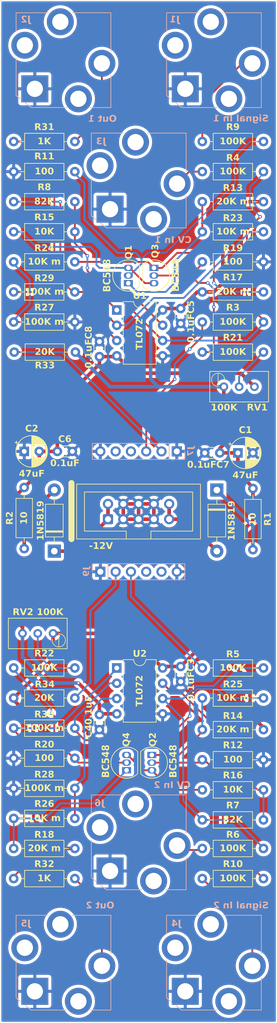
<source format=kicad_pcb>
(kicad_pcb (version 20241229) (generator "pcbnew") (generator_version "9.0")
  (layers (0 "F.Cu" signal) (2 "B.Cu" signal) (13 "F.Paste" user) (15 "B.Paste" user) (5 "F.SilkS" user "F.Silkscreen") (7 "B.SilkS" user "B.Silkscreen") (1 "F.Mask" user) (3 "B.Mask" user) (25 "Edge.Cuts" user))
  (net 0 "")
  (net 1 "GND")
  (net 2 "+12V")
  (net 3 "-12V")
  (net 4 "/-12")
  (net 5 "Net-(D1-K)")
  (net 6 "/+12")
  (net 7 "Net-(D2-A)")
  (net 9 "Net-(J2-PadT)")
  (net 14 "Net-(J3-PadT)")
  (net 17 "Net-(Q2-E)")
  (net 19 "Net-(J5-PadT)")
  (net 21 "Net-(J6-PadT)")
  (net 24 "Net-(Q1-C)")
  (net 25 "Net-(Q1-B)")
  (net 26 "Net-(Q1-E)")
  (net 27 "Net-(Q2-B)")
  (net 28 "Net-(Q2-C)")
  (net 29 "Net-(R15-Pad2)")
  (net 30 "Net-(Q3-C)")
  (net 31 "Net-(Q3-B)")
  (net 32 "Net-(Q4-C)")
  (net 33 "Net-(Q4-B)")
  (net 34 "Net-(U1A--)")
  (net 35 "Net-(U1A-+)")
  (net 36 "Net-(R21-Pad2)")
  (net 37 "Net-(R22-Pad2)")
  (net 38 "Net-(R29-Pad2)")
  (net 39 "Net-(U1B--)")
  (net 40 "Pot 1")
  (net 41 "Net-(R16-Pad2)")
  (net 42 "Pot 2")
  (net 43 "Net-(U2B--)")
  (net 46 "Net-(U2A--)")
  (net 47 "Net-(U2A-+)")
  (net 48 "Net-(R30-Pad2)")
  (net 51 "Net-(J1-PadT)")
  (net 54 "Net-(J7-Pin_2)")
  (net 56 "Net-(J9-Pin_2)")
  (net 59 "Net-(J4-PadT)")
  (footprint "AO_tht:R_Axial_DIN0207_L6.3mm_D2.5mm_P10.16mm_Horizontal" (layer "F.Cu") (at 28.6 111.66 90)
    (property "Reference" "R2")
    (property "Value" "10")
  )
  (footprint "4ms_Package_DIP:DIP-8pin_TH" (layer "F.Cu") (at 43.98 131.5)
    (property "Reference" "U2")
    (property "Value" "TL072")
  )
  (footprint "AO_tht:R_Axial_DIN0207_L6.3mm_D2.5mm_P10.16mm_Horizontal" (layer "F.Cu") (at 37.01 151.5 180)
    (property "Reference" "R28")
    (property "Value" "100K m")
  )
  (footprint "Package_TO_SOT_THT:TO-92_Inline" (layer "F.Cu") (at 45.9 67.54 90)
    (property "Reference" "Q1")
    (property "Value" "BC548")
  )
  (footprint "AO_tht:R_Axial_DIN0207_L6.3mm_D2.5mm_P10.16mm_Horizontal" (layer "F.Cu") (at 37.01 146.5 180)
    (property "Reference" "R20")
    (property "Value" "100")
  )
  (footprint "Package_TO_SOT_THT:TO-92_Inline" (layer "F.Cu") (at 45.6 148.5 90)
    (property "Reference" "Q4")
    (property "Value" "BC548")
  )
  (footprint "AO_tht:R_Axial_DIN0207_L6.3mm_D2.5mm_P10.16mm_Horizontal" (layer "F.Cu") (at 58.19 136.5)
    (property "Reference" "R25")
    (property "Value" "10K m")
  )
  (footprint "Diode_THT:D_DO-41_SOD81_P10.16mm_Horizontal" (layer "F.Cu") (at 60.6 101.92 -90)
    (property "Reference" "D1" (hide yes))
    (property "Value" "1N5819")
  )
  (footprint "AO_tht:R_Axial_DIN0207_L6.3mm_D2.5mm_P10.16mm_Horizontal" (layer "F.Cu") (at 58.19 64)
    (property "Reference" "R19")
    (property "Value" "100")
  )
  (footprint "AO_tht:R_Axial_DIN0207_L6.3mm_D2.5mm_P10.16mm_Horizontal" (layer "F.Cu") (at 58.19 146.75)
    (property "Reference" "R12")
    (property "Value" "100")
  )
  (footprint "Capacitor_THT:CP_Radial_D5.0mm_P2.50mm" (layer "F.Cu") (at 64.1 95.75)
    (property "Reference" "C1")
    (property "Value" "47uF")
  )
  (footprint "AO_tht:R_Axial_DIN0207_L6.3mm_D2.5mm_P10.16mm_Horizontal" (layer "F.Cu") (at 37.01 49 180)
    (property "Reference" "R11")
    (property "Value" "100")
  )
  (footprint "AO_tht:R_Axial_DIN0207_L6.3mm_D2.5mm_P10.16mm_Horizontal" (layer "F.Cu") (at 37.01 136.5 180)
    (property "Reference" "R34")
    (property "Value" "20K")
  )
  (footprint "AO_tht:R_Axial_DIN0207_L6.3mm_D2.5mm_P10.16mm_Horizontal" (layer "F.Cu") (at 58.19 161.5)
    (property "Reference" "R6")
    (property "Value" "100K")
  )
  (footprint "AO_tht:R_Axial_DIN0207_L6.3mm_D2.5mm_P10.16mm_Horizontal" (layer "F.Cu") (at 58.19 59)
    (property "Reference" "R23")
    (property "Value" "10K m")
  )
  (footprint "AO_tht:C_Disc_D3.0mm_W1.6mm_P2.50mm" (layer "F.Cu") (at 61.1 95.75 180)
    (property "Reference" "C7")
    (property "Value" "0.1uF")
  )
  (footprint "AO_tht:R_Axial_DIN0207_L6.3mm_D2.5mm_P10.16mm_Horizontal" (layer "F.Cu") (at 58.19 69)
    (property "Reference" "R17")
    (property "Value" "20K m")
  )
  (footprint "AO_tht:R_Axial_DIN0207_L6.3mm_D2.5mm_P10.16mm_Horizontal" (layer "F.Cu") (at 58.19 74)
    (property "Reference" "R3")
    (property "Value" "100K")
  )
  (footprint "AO_tht:R_Axial_DIN0207_L6.3mm_D2.5mm_P10.16mm_Horizontal" (layer "F.Cu") (at 37.01 141.5 180)
    (property "Reference" "R30")
    (property "Value" "100K m")
  )
  (footprint "AO_tht:C_Disc_D3.0mm_W1.6mm_P2.50mm" (layer "F.Cu") (at 36.6 95.5 180)
    (property "Reference" "C6")
    (property "Value" "0.1uF")
  )
  (footprint "AO_tht:R_Axial_DIN0207_L6.3mm_D2.5mm_P10.16mm_Horizontal" (layer "F.Cu") (at 58.19 44)
    (property "Reference" "R9")
    (property "Value" "100K")
  )
  (footprint "AO_tht:Potentiometer_Bourns_3296W_Vertical" (layer "F.Cu") (at 30.85 125.75)
    (property "Reference" "RV2")
    (property "Value" "100K")
  )
  (footprint "AO_tht:R_Axial_DIN0207_L6.3mm_D2.5mm_P10.16mm_Horizontal" (layer "F.Cu") (at 26.85 131.5)
    (property "Reference" "R22")
    (property "Value" "100K")
  )
  (footprint "AO_tht:R_Axial_DIN0207_L6.3mm_D2.5mm_P10.16mm_Horizontal" (layer "F.Cu") (at 58.19 79)
    (property "Reference" "R21")
    (property "Value" "100K")
  )
  (footprint "AO_tht:R_Axial_DIN0207_L6.3mm_D2.5mm_P10.16mm_Horizontal" (layer "F.Cu") (at 58.19 156.75)
    (property "Reference" "R7")
    (property "Value" "82K")
  )
  (footprint "AO_tht:R_Axial_DIN0207_L6.3mm_D2.5mm_P10.16mm_Horizontal" (layer "F.Cu") (at 68.35 141.75 180)
    (property "Reference" "R14")
    (property "Value" "20K m")
  )
  (footprint "AO_tht:C_Disc_D3.0mm_W1.6mm_P2.50mm" (layer "F.Cu") (at 54.6 131.25 -90)
    (property "Reference" "C3")
    (property "Value" "0.1uF" (hide yes))
  )
  (footprint "AO_tht:C_Disc_D3.0mm_W1.6mm_P2.50mm" (layer "F.Cu") (at 54.6 71.75 -90)
    (property "Reference" "C5")
    (property "Value" "0.1uF" (hide yes))
  )
  (footprint "Diode_THT:D_DO-41_SOD81_P10.16mm_Horizontal" (layer "F.Cu") (at 33.6 112.08 90)
    (property "Reference" "D2" (hide yes))
    (property "Value" "1N5819")
  )
  (footprint "AO_tht:R_Axial_DIN0207_L6.3mm_D2.5mm_P10.16mm_Horizontal" (layer "F.Cu") (at 58.19 131.5)
    (property "Reference" "R5")
    (property "Value" "100K")
  )
  (footprint "AO_tht:R_Axial_DIN0207_L6.3mm_D2.5mm_P10.16mm_Horizontal" (layer "F.Cu") (at 26.85 166.5)
    (property "Reference" "R32")
    (property "Value" "1K")
  )
  (footprint "AO_tht:R_Axial_DIN0207_L6.3mm_D2.5mm_P10.16mm_Horizontal" (layer "F.Cu") (at 26.94 79)
    (property "Reference" "R33")
    (property "Value" "20K")
  )
  (footprint "AO_tht:R_Axial_DIN0207_L6.3mm_D2.5mm_P10.16mm_Horizontal" (layer "F.Cu") (at 58.19 151.75)
    (property "Reference" "R16")
    (property "Value" "10K")
  )
  (footprint "AO_tht:R_Axial_DIN0207_L6.3mm_D2.5mm_P10.16mm_Horizontal" (layer "F.Cu") (at 68.35 54 180)
    (property "Reference" "R13")
    (property "Value" "20K m")
  )
  (footprint "AO_tht:R_Axial_DIN0207_L6.3mm_D2.5mm_P10.16mm_Horizontal" (layer "F.Cu") (at 37.01 161.5 180)
    (property "Reference" "R18")
    (property "Value" "20K m")
  )
  (footprint "Capacitor_THT:CP_Radial_D5.0mm_P2.50mm" (layer "F.Cu") (at 28.6 95.5)
    (property "Reference" "C2")
    (property "Value" "47uF")
  )
  (footprint "AO_tht:R_Axial_DIN0207_L6.3mm_D2.5mm_P10.16mm_Horizontal" (layer "F.Cu") (at 66.6 111.83 90)
    (property "Reference" "R1")
    (property "Value" "10")
  )
  (footprint "Package_TO_SOT_THT:TO-92_Inline" (layer "F.Cu") (at 49.8 145.96 -90)
    (property "Reference" "Q2")
    (property "Value" "BC548")
  )
  (footprint "AO_tht:R_Axial_DIN0207_L6.3mm_D2.5mm_P10.16mm_Horizontal" (layer "F.Cu") (at 26.85 44)
    (property "Reference" "R31")
    (property "Value" "1K")
  )
  (footprint "AO_tht:C_Disc_D3.0mm_W1.6mm_P2.50mm" (layer "F.Cu") (at 41.1 141.75 90)
    (property "Reference" "C4")
    (property "Value" "0.1uF" (hide yes))
  )
  (footprint "4ms_Connector:Pins_2x05_2.54mm_TH_EurorackPower_Shrouded" (layer "F.Cu") (at 47.6 105.5 -90)
    (property "Reference" "E1")
    (property "Value" "Conn_01x10_Pin")
  )
  (footprint "AO_tht:R_Axial_DIN0207_L6.3mm_D2.5mm_P10.16mm_Horizontal" (layer "F.Cu") (at 26.85 59)
    (property "Reference" "R15")
    (property "Value" "10K")
  )
  (footprint "Package_TO_SOT_THT:TO-92_Inline" (layer "F.Cu") (at 50.15 65 -90)
    (property "Reference" "Q3")
    (property "Value" "BC548")
  )
  (footprint "AO_tht:Potentiometer_Bourns_3296W_Vertical" (layer "F.Cu") (at 64.31 84.75 180)
    (property "Reference" "RV1")
    (property "Value" "100K")
  )
  (footprint "AO_tht:R_Axial_DIN0207_L6.3mm_D2.5mm_P10.16mm_Horizontal" (layer "F.Cu") (at 26.85 74)
    (property "Reference" "R27")
    (property "Value" "100K m")
  )
  (footprint "4ms_Package_DIP:DIP-8pin_TH" (layer "F.Cu") (at 43.98 72)
    (property "Reference" "U1")
    (property "Value" "TL072")
  )
  (footprint "AO_tht:C_Disc_D3.0mm_W1.6mm_P2.50mm" (layer "F.Cu") (at 41.1 77.25 -90)
    (property "Reference" "C8")
    (property "Value" "0.1uF" (hide yes))
  )
  (footprint "AO_tht:R_Axial_DIN0207_L6.3mm_D2.5mm_P10.16mm_Horizontal" (layer "F.Cu") (at 26.85 54)
    (property "Reference" "R8")
    (property "Value" "82K")
  )
  (footprint "AO_tht:R_Axial_DIN0207_L6.3mm_D2.5mm_P10.16mm_Horizontal" (layer "F.Cu") (at 26.85 156.5)
    (property "Reference" "R26")
    (property "Value" "10K m")
  )
  (footprint "AO_tht:R_Axial_DIN0207_L6.3mm_D2.5mm_P10.16mm_Horizontal" (layer "F.Cu") (at 58.19 49)
    (property "Reference" "R4")
    (property "Value" "100K")
  )
  (footprint "AO_tht:R_Axial_DIN0207_L6.3mm_D2.5mm_P10.16mm_Horizontal" (layer "F.Cu") (at 37.01 64 180)
    (property "Reference" "R24")
    (property "Value" "10K m")
  )
  (footprint "AO_tht:R_Axial_DIN0207_L6.3mm_D2.5mm_P10.16mm_Horizontal" (layer "F.Cu") (at 26.85 69)
    (property "Reference" "R29")
    (property "Value" "100K m")
  )
  (footprint "AO_tht:R_Axial_DIN0207_L6.3mm_D2.5mm_P10.16mm_Horizontal" (layer "F.Cu") (at 58.19 166.5)
    (property "Reference" "R10")
    (property "Value" "100K")
  )
  (footprint "AO_tht:Jack_6.35mm_PJ_629HAN" (layer "B.Cu") (at 47.6 160.5 180)
    (property "Reference" "J6")
    (property "Value" "CV In 2")
  )
  (footprint "AO_tht:Jack_6.35mm_PJ_629HAN" (layer "B.Cu") (at 47.6 50.5 180)
    (property "Reference" "J3")
    (property "Value" "CV In 1")
  )
  (footprint "AO_tht:Jack_6.35mm_PJ_629HAN" (layer "B.Cu") (at 35.1 30.5 180)
    (property "Reference" "J2")
    (property "Value" "Out 1")
  )
  (footprint "AO_tht:PinHeader_1x06_P2.54mm_Vertical_Centered" (layer "B.Cu") (at 47.6 115.5 -90)
    (property "Reference" "J9")
    (property "Value" "Conn_01x06")
  )
  (footprint "AO_tht:Jack_6.35mm_PJ_629HAN" (layer "B.Cu") (at 60.1 30.5 180)
    (property "Reference" "J1")
    (property "Value" "Signal In 1")
  )
  (footprint "AO_tht:PinHeader_1x06_P2.54mm_Vertical_Centered" (layer "B.Cu") (at 47.6 95.5 90)
    (property "Reference" "J7")
    (property "Value" "Conn_01x06")
  )
  (footprint "AO_tht:Jack_6.35mm_PJ_629HAN" (layer "B.Cu") (at 35.1 180.5 180)
    (property "Reference" "J5")
    (property "Value" "Out 2")
  )
  (footprint "AO_tht:Jack_6.35mm_PJ_629HAN" (layer "B.Cu") (at 60.1 180.5 180)
    (property "Reference" "J4")
    (property "Value" "Signal In 2")
  )
  (gr_rect (start 24.6 20.5) (end 70.6 190.5) (stroke (width 0.05)) (fill no) (layer "Edge.Cuts"))
  (segment (start 26.52 146.67) (end 26.69 146.5) (width 0.3) (layer "F.Cu") (net 1))
  (segment (start 45.06 106.77) (end 47.6 106.77) (width 0.6) (layer "F.Cu") (net 1))
  (segment (start 50.14 104.23) (end 47.6 104.23) (width 0.6) (layer "F.Cu") (net 1))
  (segment (start 47.6 106.77) (end 50.14 106.77) (width 0.6) (layer "F.Cu") (net 1))
  (segment (start 45.06 104.23) (end 45.06 106.77) (width 0.6) (layer "F.Cu") (net 1))
  (segment (start 47.6 104.23) (end 47.6 106.77) (width 0.6) (layer "F.Cu") (net 1))
  (segment (start 45.06 104.23) (end 47.6 104.23) (width 0.6) (layer "F.Cu") (net 1))
  (segment (start 50.14 106.77) (end 50.14 104.23) (width 0.6) (layer "F.Cu") (net 1))
  (segment (start 58.52 69) (end 57.35 69) (width 0.6) (layer "F.Cu") (net 2))
  (segment (start 51.85 131.25) (end 51.6 131.5) (width 0.6) (layer "F.Cu") (net 2))
  (segment (start 64.1 99) (end 64.1 95.75) (width 0.6) (layer "F.Cu") (net 2))
  (segment (start 59.1 119.5) (end 63.6 115) (width 0.6) (layer "F.Cu") (net 2))
  (segment (start 60.1 69) (end 58.52 69) (width 0.6) (layer "F.Cu") (net 2))
  (segment (start 54.6 71.75) (end 51.85 71.75) (width 0.6) (layer "F.Cu") (net 2))
  (segment (start 66.1 139.17) (end 66.1 133.75) (width 0.6) (layer "F.Cu") (net 2))
  (segment (start 51.85 71.75) (end 51.6 72) (width 0.6) (layer "F.Cu") (net 2))
  (segment (start 33.39 129.96) (end 33.39 125.75) (width 0.6) (layer "F.Cu") (net 2))
  (segment (start 63.6 115) (end 63.6 110) (width 0.6) (layer "F.Cu") (net 2))
  (segment (start 61.6 56.08) (end 61.6 67.5) (width 0.6) (layer "F.Cu") (net 2))
  (segment (start 61.1 95.75) (end 64.1 95.75) (width 0.6) (layer "F.Cu") (net 2))
  (segment (start 68.68 141.75) (end 66.1 139.17) (width 0.6) (layer "F.Cu") (net 2))
  (segment (start 36.68 161.5) (end 35.1 161.5) (width 0.6) (layer "F.Cu") (net 2))
  (segment (start 35.1 161.5) (end 30.1 156.5) (width 0.6) (layer "F.Cu") (net 2))
  (segment (start 33.39 125.75) (end 45.85 125.75) (width 0.6) (layer "F.Cu") (net 2))
  (segment (start 59.1 126.75) (end 54.6 131.25) (width 0.6) (layer "F.Cu") (net 2))
  (segment (start 54.6 131.25) (end 51.85 131.25) (width 0.6) (layer "F.Cu") (net 2))
  (segment (start 63.68 54) (end 68.68 54) (width 0.6) (layer "F.Cu") (net 2))
  (segment (start 61.1 95) (end 61.77 94.33) (width 0.6) (layer "F.Cu") (net 2))
  (segment (start 66.6 101.5) (end 64.1 99) (width 0.6) (layer "F.Cu") (net 2))
  (segment (start 66.1 133.75) (end 59.1 126.75) (width 0.6) (layer "F.Cu") (net 2))
  (segment (start 59.1 126.75) (end 59.1 119.5) (width 0.6) (layer "F.Cu") (net 2))
  (segment (start 57.35 69) (end 54.6 71.75) (width 0.6) (layer "F.Cu") (net 2))
  (segment (start 61.6 67.5) (end 60.1 69) (width 0.6) (layer "F.Cu") (net 2))
  (segment (start 66.6 101.67) (end 66.6 101.5) (width 0.6) (layer "F.Cu") (net 2))
  (segment (start 66.6 107) (end 66.6 101.67) (width 0.6) (layer "F.Cu") (net 2))
  (segment (start 61.77 94.33) (end 61.77 84.75) (width 0.6) (layer "F.Cu") (net 2))
  (segment (start 45.85 125.75) (end 51.6 131.5) (width 0.6) (layer "F.Cu") (net 2))
  (segment (start 26.85 136.5) (end 33.39 129.96) (width 0.6) (layer "F.Cu") (net 2))
  (segment (start 61.6 56.08) (end 63.68 54) (width 0.6) (layer "F.Cu") (net 2))
  (segment (start 63.6 110) (end 66.6 107) (width 0.6) (layer "F.Cu") (net 2))
  (segment (start 30.1 140.08) (end 26.52 136.5) (width 0.6) (layer "F.Cu") (net 2))
  (segment (start 61.1 95.75) (end 61.1 95) (width 0.6) (layer "F.Cu") (net 2))
  (segment (start 30.1 156.5) (end 30.1 140.08) (width 0.6) (layer "F.Cu") (net 2))
  (segment (start 51.6 72) (end 49.6 74) (width 0.6) (layer "B.Cu") (net 2))
  (segment (start 42.85 84.75) (end 50.85 84.75) (width 0.6) (layer "B.Cu") (net 2))
  (segment (start 37.1 79) (end 42.85 84.75) (width 0.6) (layer "B.Cu") (net 2))
  (segment (start 50.85 84.75) (end 61.77 84.75) (width 0.6) (layer "B.Cu") (net 2))
  (segment (start 49.6 74) (end 49.6 83.5) (width 0.6) (layer "B.Cu") (net 2))
  (segment (start 49.6 83.5) (end 50.85 84.75) (width 0.6) (layer "B.Cu") (net 2))
  (segment (start 64.6 82.5) (end 66.85 84.75) (width 0.6) (layer "F.Cu") (net 3))
  (segment (start 41.1 79.75) (end 41.1 81) (width 0.6) (layer "F.Cu") (net 3))
  (segment (start 28.31 124.71) (end 28.31 125.75) (width 0.6) (layer "F.Cu") (net 3))
  (segment (start 46.86 82.5) (end 64.6 82.5) (width 0.6) (layer "F.Cu") (net 3))
  (segment (start 43.98 139.12) (end 41.23 139.12) (width 0.6) (layer "F.Cu") (net 3))
  (segment (start 41.1 79.75) (end 43.85 79.75) (width 0.6) (layer "F.Cu") (net 3))
  (segment (start 41.1 81) (end 34.1 88) (width 0.6) (layer "F.Cu") (net 3))
  (segment (start 28.6 101.5) (end 26.6 103.5) (width 0.6) (layer "F.Cu") (net 3))
  (segment (start 34.1 88) (end 34.1 95.5) (width 0.6) (layer "F.Cu") (net 3))
  (segment (start 31.1 95.5) (end 34.1 95.5) (width 0.6) (layer "F.Cu") (net 3))
  (segment (start 41.23 139.12) (end 41.1 139.25) (width 0.6) (layer "F.Cu") (net 3))
  (segment (start 41.1 137.5) (end 37.6 134) (width 0.6) (layer "F.Cu") (net 3))
  (segment (start 26.6 103.5) (end 26.6 123) (width 0.6) (layer "F.Cu") (net 3))
  (segment (start 41.1 139.25) (end 41.1 137.5) (width 0.6) (layer "F.Cu") (net 3))
  (segment (start 43.85 79.75) (end 43.98 79.62) (width 0.6) (layer "F.Cu") (net 3))
  (segment (start 31.1 99) (end 31.1 95.5) (width 0.6) (layer "F.Cu") (net 3))
  (segment (start 26.6 123) (end 28.31 124.71) (width 0.6) (layer "F.Cu") (net 3))
  (segment (start 43.98 79.62) (end 46.86 82.5) (width 0.6) (layer "F.Cu") (net 3))
  (segment (start 28.6 101.5) (end 31.1 99) (width 0.6) (layer "F.Cu") (net 3))
  (via (at 37.6 134) (size 0.6) (drill 0.3) (layers "F.Cu" "B.Cu") (net 3))
  (segment (start 32.6 134) (end 28.31 129.71) (width 0.6) (layer "B.Cu") (net 3))
  (segment (start 28.31 129.71) (end 28.31 125.75) (width 0.6) (layer "B.Cu") (net 3))
  (segment (start 37.6 134) (end 32.6 134) (width 0.6) (layer "B.Cu") (net 3))
  (segment (start 37.21 112.08) (end 42.52 106.77) (width 0.6) (layer "F.Cu") (net 4))
  (segment (start 33.6 112.08) (end 37.21 112.08) (width 0.6) (layer "F.Cu") (net 4))
  (segment (start 42.52 104.23) (end 42.52 106.77) (width 0.6) (layer "F.Cu") (net 4))
  (segment (start 66.6 111.83) (end 66.6 107.92) (width 0.6) (layer "B.Cu") (net 5))
  (segment (start 66.6 107.92) (end 60.6 101.92) (width 0.6) (layer "B.Cu") (net 5))
  (segment (start 52.68 104.23) (end 52.68 106.77) (width 0.6) (layer "F.Cu") (net 6))
  (segment (start 55.29 106.77) (end 60.6 112.08) (width 0.6) (layer "F.Cu") (net 6))
  (segment (start 52.68 106.77) (end 55.29 106.77) (width 0.6) (layer "F.Cu") (net 6))
  (segment (start 28.6 111.66) (end 28.6 106.92) (width 0.6) (layer "F.Cu") (net 7))
  (segment (start 28.6 106.92) (end 33.6 101.92) (width 0.6) (layer "F.Cu") (net 7))
  (segment (start 36.6 44) (end 37.73137 44) (width 0.3) (layer "F.Cu") (net 9))
  (segment (start 41.5 39.51) (end 37.01 44) (width 0.3) (layer "F.Cu") (net 9))
  (segment (start 41.5 31) (end 41.5 39.51) (width 0.3) (layer "F.Cu") (net 9))
  (segment (start 54 51) (end 56 49) (width 0.3) (layer "F.Cu") (net 14))
  (segment (start 56 49) (end 58.19 49) (width 0.3) (layer "F.Cu") (net 14))
  (segment (start 48.332437 148.5) (end 45.792437 145.96) (width 0.3) (layer "F.Cu") (net 17))
  (segment (start 45.792437 145.96) (end 45.6 145.96) (width 0.3) (layer "F.Cu") (net 17))
  (segment (start 49.8 148.5) (end 48.332437 148.5) (width 0.3) (layer "F.Cu") (net 17))
  (segment (start 53.05 151.75) (end 49.8 148.5) (width 0.3) (layer "F.Cu") (net 17))
  (segment (start 58.52 151.75) (end 53.05 151.75) (width 0.3) (layer "F.Cu") (net 17))
  (segment (start 37.01 166.5) (end 41.5 170.99) (width 0.3) (layer "F.Cu") (net 19))
  (segment (start 41.5 170.99) (end 41.5 181) (width 0.3) (layer "F.Cu") (net 19))
  (segment (start 55.75 161.75) (end 58.52 161.75) (width 0.3) (layer "F.Cu") (net 21))
  (segment (start 58.19 59) (end 58.19 54) (width 0.3) (layer "F.Cu") (net 24))
  (segment (start 53.6 67.5) (end 52.1 69) (width 0.3) (layer "B.Cu") (net 24))
  (segment (start 47.36 69) (end 45.9 67.54) (width 0.3) (layer "B.Cu") (net 24))
  (segment (start 58.52 59) (end 53.6 63.92) (width 0.3) (layer "B.Cu") (net 24))
  (segment (start 52.1 69) (end 47.36 69) (width 0.3) (layer "B.Cu") (net 24))
  (segment (start 53.6 63.92) (end 53.6 67.5) (width 0.3) (layer "B.Cu") (net 24))
  (segment (start 48.1 63.5) (end 49.1 62.5) (width 0.2) (layer "B.Cu") (net 25))
  (segment (start 63.6 46.5) (end 66.1 44) (width 0.2) (layer "B.Cu") (net 25))
  (segment (start 47.1 62.5) (end 44.1 62.5) (width 0.3) (layer "B.Cu") (net 25))
  (segment (start 48.1 63.5) (end 47.1 62.5) (width 0.3) (layer "B.Cu") (net 25))
  (segment (start 48.1 64.295) (end 48.1 63.5) (width 0.3) (layer "B.Cu") (net 25))
  (segment (start 38.6 50.92) (end 36.68 49) (width 0.3) (layer "B.Cu") (net 25))
  (segment (start 49.1 62.5) (end 52.1 62.5) (width 0.2) (layer "B.Cu") (net 25))
  (segment (start 45.9 66.27) (end 46.125 66.27) (width 0.3) (layer "B.Cu") (net 25))
  (segment (start 46.125 66.27) (end 48.1 64.295) (width 0.3) (layer "B.Cu") (net 25))
  (segment (start 66.1 44) (end 68.68 44) (width 0.2) (layer "B.Cu") (net 25))
  (segment (start 52.1 62.5) (end 63.6 51) (width 0.2) (layer "B.Cu") (net 25))
  (segment (start 63.6 51) (end 63.6 46.5) (width 0.2) (layer "B.Cu") (net 25))
  (segment (start 38.6 57) (end 38.6 50.92) (width 0.3) (layer "B.Cu") (net 25))
  (segment (start 44.1 62.5) (end 38.6 57) (width 0.3) (layer "B.Cu") (net 25))
  (segment (start 45.9 65) (end 46.125 65) (width 0.3) (layer "F.Cu") (net 26))
  (segment (start 48.665 67.54) (end 50.15 67.54) (width 0.3) (layer "F.Cu") (net 26))
  (segment (start 46.125 65) (end 48.665 67.54) (width 0.3) (layer "F.Cu") (net 26))
  (segment (start 30.6 61.5) (end 39.6 61.5) (width 0.3) (layer "B.Cu") (net 26))
  (segment (start 41.1 65) (end 45.9 65) (width 0.3) (layer "B.Cu") (net 26))
  (segment (start 40.6 64.5) (end 41.1 65) (width 0.3) (layer "B.Cu") (net 26))
  (segment (start 26.44 59) (end 28.1 59) (width 0.3) (layer "B.Cu") (net 26))
  (segment (start 39.6 61.5) (end 40.6 62.5) (width 0.3) (layer "B.Cu") (net 26))
  (segment (start 28.1 59) (end 30.6 61.5) (width 0.3) (layer "B.Cu") (net 26))
  (segment (start 40.6 62.5) (end 40.6 64.5) (width 0.3) (layer "B.Cu") (net 26))
  (segment (start 61.6 159.75) (end 61.6 149.83) (width 0.3) (layer "F.Cu") (net 27))
  (segment (start 58.04 147.23) (end 49.8 147.23) (width 0.3) (layer "F.Cu") (net 27))
  (segment (start 61.6 149.83) (end 58.52 146.75) (width 0.3) (layer "F.Cu") (net 27))
  (segment (start 68.35 166.5) (end 61.6 159.75) (width 0.3) (layer "F.Cu") (net 27))
  (segment (start 58.52 146.75) (end 58.04 147.23) (width 0.3) (layer "F.Cu") (net 27))
  (segment (start 54.31 145.96) (end 58.52 141.75) (width 0.3) (layer "F.Cu") (net 28))
  (segment (start 49.8 145.96) (end 54.31 145.96) (width 0.3) (layer "F.Cu") (net 28))
  (segment (start 58.19 141.75) (end 58.19 136.5) (width 0.3) (layer "B.Cu") (net 28))
  (segment (start 40.1 66.5) (end 39.1 65.5) (width 0.3) (layer "F.Cu") (net 29))
  (segment (start 39.1 65.5) (end 39.1 65) (width 0.3) (layer "F.Cu") (net 29))
  (segment (start 39.1 63) (end 37.01 60.91) (width 0.3) (layer "F.Cu") (net 29))
  (segment (start 42.6 66.5) (end 40.1 66.5) (width 0.3) (layer "F.Cu") (net 29))
  (segment (start 37.01 60.91) (end 37.01 59) (width 0.3) (layer "F.Cu") (net 29))
  (segment (start 37.01 59) (end 37.01 54) (width 0.3) (layer "F.Cu") (net 29))
  (segment (start 51.6 74.54) (end 46.56 69.5) (width 0.3) (layer "F.Cu") (net 29))
  (segment (start 45.6 69.5) (end 42.6 66.5) (width 0.3) (layer "F.Cu") (net 29))
  (segment (start 36.6 54.08) (end 36.68 54) (width 0.3) (layer "F.Cu") (net 29))
  (segment (start 46.56 69.5) (end 45.6 69.5) (width 0.3) (layer "F.Cu") (net 29))
  (via (at 39.1 65) (size 0.6) (drill 0.3) (layers "F.Cu" "B.Cu") (net 29))
  (via (at 39.1 63) (size 0.6) (drill 0.3) (layers "F.Cu" "B.Cu") (net 29))
  (segment (start 39.1 65) (end 39.1 63) (width 0.3) (layer "B.Cu") (net 29))
  (segment (start 60.1 67.5) (end 60.1 63.5) (width 0.3) (layer "F.Cu") (net 30))
  (segment (start 59.1 62.5) (end 54.019239 62.5) (width 0.3) (layer "F.Cu") (net 30))
  (segment (start 51.519239 65) (end 50.15 65) (width 0.3) (layer "F.Cu") (net 30))
  (segment (start 49.15 64) (end 50.15 65) (width 0.3) (layer "F.Cu") (net 30))
  (segment (start 54.019239 62.5) (end 51.519239 65) (width 0.3) (layer "F.Cu") (net 30))
  (segment (start 36.68 64) (end 49.15 64) (width 0.3) (layer "F.Cu") (net 30))
  (segment (start 60.1 63.5) (end 59.1 62.5) (width 0.3) (layer "F.Cu") (net 30))
  (via (at 60.1 67.5) (size 0.6) (drill 0.3) (layers "F.Cu" "B.Cu") (net 30))
  (segment (start 61.6 69) (end 60.1 67.5) (width 0.3) (layer "B.Cu") (net 30))
  (segment (start 68.68 69) (end 61.6 69) (width 0.3) (layer "B.Cu") (net 30))
  (segment (start 58.19 79) (end 59.35 79) (width 0.3) (layer "F.Cu") (net 31))
  (segment (start 60.1 78.25) (end 60.1 71.5) (width 0.3) (layer "F.Cu") (net 31))
  (segment (start 59.35 79) (end 60.1 78.25) (width 0.3) (layer "F.Cu") (net 31))
  (segment (start 50.15 66.27) (end 56.25 66.27) (width 0.3) (layer "F.Cu") (net 31))
  (segment (start 57.48 67.5) (end 56.25 66.27) (width 0.3) (layer "F.Cu") (net 31))
  (segment (start 56.25 66.27) (end 58.52 64) (width 0.3) (layer "F.Cu") (net 31))
  (segment (start 59.1 67.5) (end 57.48 67.5) (width 0.3) (layer "F.Cu") (net 31))
  (via (at 60.1 71.5) (size 0.6) (drill 0.3) (layers "F.Cu" "B.Cu") (net 31))
  (via (at 59.1 67.5) (size 0.6) (drill 0.3) (layers "F.Cu" "B.Cu") (net 31))
  (segment (start 60.1 71.5) (end 60.1 68.5) (width 0.3) (layer "B.Cu") (net 31))
  (segment (start 60.1 68.5) (end 59.1 67.5) (width 0.3) (layer "B.Cu") (net 31))
  (segment (start 32.1 156.5) (end 34.6 154) (width 0.3) (layer "B.Cu") (net 32))
  (segment (start 40.1 154) (end 45.6 148.5) (width 0.3) (layer "B.Cu") (net 32))
  (segment (start 34.6 154) (end 40.1 154) (width 0.3) (layer "B.Cu") (net 32))
  (segment (start 26.85 161.5) (end 26.85 156.5) (width 0.3) (layer "B.Cu") (net 32))
  (segment (start 26.52 156.5) (end 32.1 156.5) (width 0.3) (layer "B.Cu") (net 32))
  (segment (start 37.58 147.23) (end 36.85 146.5) (width 0.3) (layer "F.Cu") (net 33))
  (segment (start 45.6 147.23) (end 37.58 147.23) (width 0.3) (layer "F.Cu") (net 33))
  (segment (start 33.1 139) (end 33.6 139.5) (width 0.3) (layer "F.Cu") (net 33))
  (segment (start 33.6 143.25) (end 36.85 146.5) (width 0.3) (layer "F.Cu") (net 33))
  (segment (start 33.6 139.5) (end 33.6 143.25) (width 0.3) (layer "F.Cu") (net 33))
  (via (at 33.1 139) (size 0.6) (drill 0.3) (layers "F.Cu" "B.Cu") (net 33))
  (segment (start 26.52 131.5) (end 33.1 138.08) (width 0.3) (layer "B.Cu") (net 33))
  (segment (start 33.1 138.08) (end 33.1 139) (width 0.3) (layer "B.Cu") (net 33))
  (segment (start 40.94 71.5) (end 43.98 74.54) (width 0.3) (layer "F.Cu") (net 34))
  (segment (start 26.52 69) (end 31.1 69) (width 0.3) (layer "F.Cu") (net 34))
  (segment (start 33.6 71.5) (end 40.94 71.5) (width 0.3) (layer "F.Cu") (net 34))
  (segment (start 31.1 69) (end 33.6 71.5) (width 0.3) (layer "F.Cu") (net 34))
  (segment (start 43.98 74.54) (end 45.56 74.54) (width 0.3) (layer "B.Cu") (net 34))
  (segment (start 45.56 74.54) (end 50.1 70) (width 0.3) (layer "B.Cu") (net 34))
  (segment (start 50.1 70) (end 55.1 70) (width 0.3) (layer "B.Cu") (net 34))
  (segment (start 66.1 59) (end 68.68 59) (width 0.3) (layer "B.Cu") (net 34))
  (segment (start 55.1 70) (end 66.1 59) (width 0.3) (layer "B.Cu") (net 34))
  (segment (start 43.98 77.08) (end 42.4 75.5) (width 0.3) (layer "F.Cu") (net 35))
  (segment (start 32.1 74) (end 26.52 74) (width 0.3) (layer "F.Cu") (net 35))
  (segment (start 33.6 75.5) (end 32.1 74) (width 0.3) (layer "F.Cu") (net 35))
  (segment (start 42.4 75.5) (end 33.6 75.5) (width 0.3) (layer "F.Cu") (net 35))
  (segment (start 29.52 71) (end 29.52 67) (width 0.3) (layer "B.Cu") (net 35))
  (segment (start 26.52 64) (end 29.52 67) (width 0.3) (layer "B.Cu") (net 35))
  (segment (start 26.52 74) (end 29.52 71) (width 0.3) (layer "B.Cu") (net 35))
  (segment (start 64.31 84.75) (end 64.31 83.04) (width 0.3) (layer "B.Cu") (net 36))
  (segment (start 64.31 83.04) (end 68.35 79) (width 0.3) (layer "B.Cu") (net 36))
  (segment (start 30.85 129.25) (end 33.1 131.5) (width 0.3) (layer "B.Cu") (net 37))
  (segment (start 30.85 125.75) (end 30.85 129.25) (width 0.3) (layer "B.Cu") (net 37))
  (segment (start 33.1 131.5) (end 37.01 131.5) (width 0.3) (layer "B.Cu") (net 37))
  (segment (start 33.6 49) (end 28.6 44) (width 0.3) (layer "F.Cu") (net 38))
  (segment (start 40.98 69) (end 43.98 72) (width 0.3) (layer "F.Cu") (net 38))
  (segment (start 36.68 69) (end 40.98 69) (width 0.3) (layer "F.Cu") (net 38))
  (segment (start 36.68 69) (end 34.18 66.5) (width 0.3) (layer "F.Cu") (net 38))
  (segment (start 33.6 66) (end 33.6 49) (width 0.3) (layer "F.Cu") (net 38))
  (segment (start 34.1 66.5) (end 33.6 66) (width 0.3) (layer "F.Cu") (net 38))
  (segment (start 28.6 44) (end 26.44 44) (width 0.3) (layer "F.Cu") (net 38))
  (segment (start 34.18 66.5) (end 34.1 66.5) (width 0.3) (layer "F.Cu") (net 38))
  (segment (start 34.6 65) (end 34.6 62.5) (width 0.3) (layer "F.Cu") (net 39))
  (segment (start 65.68 71) (end 65.6 71) (width 0.3) (layer "F.Cu") (net 39))
  (segment (start 65.6 71) (end 65.6 58.706346) (width 0.3) (layer "F.Cu") (net 39))
  (segment (start 34.6 62.5) (end 34.6 54) (width 0.3) (layer "F.Cu") (net 39))
  (segment (start 42.02 67.5) (end 40.6 67.5) (width 0.3) (layer "F.Cu") (net 39))
  (segment (start 65.6 58.706346) (end 67.806346 56.5) (width 0.3) (layer "F.Cu") (net 39))
  (segment (start 37.1 67.5) (end 34.6 65) (width 0.3) (layer "F.Cu") (net 39))
  (segment (start 51.6 77.08) (end 42.02 67.5) (width 0.3) (layer "F.Cu") (net 39))
  (segment (start 40.6 67.5) (end 37.1 67.5) (width 0.3) (layer "F.Cu") (net 39))
  (segment (start 68.68 74) (end 65.68 71) (width 0.3) (layer "F.Cu") (net 39))
  (via (at 34.6 54) (size 0.6) (drill 0.3) (layers "F.Cu" "B.Cu") (net 39))
  (via (at 67.806346 56.5) (size 0.6) (drill 0.3) (layers "F.Cu" "B.Cu") (net 39))
  (segment (start 66.1 54.793654) (end 66.1 51.58) (width 0.2) (layer "B.Cu") (net 39))
  (segment (start 67.806346 56.5) (end 66.1 54.793654) (width 0.2) (layer "B.Cu") (net 39))
  (segment (start 26.85 54) (end 34.6 54) (width 0.3) (layer "B.Cu") (net 39))
  (segment (start 66.1 51.58) (end 68.68 49) (width 0.2) (layer "B.Cu") (net 39))
  (segment (start 65.6 77.08) (end 68.68 74) (width 0.3) (layer "B.Cu") (net 39))
  (segment (start 51.6 77.08) (end 65.6 77.08) (width 0.3) (layer "B.Cu") (net 39))
  (segment (start 48.87 88.23) (end 53.6 83.5) (width 0.3) (layer "F.Cu") (net 40))
  (segment (start 56.1 78.5) (end 58.19 76.41) (width 0.3) (layer "F.Cu") (net 40))
  (segment (start 48.87 95.5) (end 48.87 88.23) (width 0.3) (layer "F.Cu") (net 40))
  (segment (start 58.19 76.41) (end 58.19 74) (width 0.3) (layer "F.Cu") (net 40))
  (via (at 53.6 83.5) (size 0.6) (drill 0.3) (layers "F.Cu" "B.Cu") (net 40))
  (via (at 56.1 78.5) (size 0.6) (drill 0.3) (layers "F.Cu" "B.Cu") (net 40))
  (segment (start 53.6 81) (end 56.1 78.5) (width 0.3) (layer "B.Cu") (net 40))
  (segment (start 53.6 83.5) (end 53.6 81) (width 0.3) (layer "B.Cu") (net 40))
  (segment (start 67.35 151.75) (end 60.6 145) (width 0.3) (layer "F.Cu") (net 41))
  (segment (start 60.6 141.5) (end 54.6 135.5) (width 0.3) (layer "F.Cu") (net 41))
  (segment (start 68.68 151.75) (end 67.35 151.75) (width 0.3) (layer "F.Cu") (net 41))
  (segment (start 54.6 135.5) (end 53.06 135.5) (width 0.3) (layer "F.Cu") (net 41))
  (segment (start 53.06 135.5) (end 51.6 134.04) (width 0.3) (layer "F.Cu") (net 41))
  (segment (start 60.6 145) (end 60.6 141.5) (width 0.3) (layer "F.Cu") (net 41))
  (segment (start 68.35 156.75) (end 68.35 151.75) (width 0.3) (layer "B.Cu") (net 41))
  (segment (start 46.33 115.5) (end 46.33 119.64) (width 0.3) (layer "B.Cu") (net 42))
  (segment (start 46.33 119.64) (end 58.19 131.5) (width 0.3) (layer "B.Cu") (net 42))
  (segment (start 63.1 131.5) (end 60.1 134.5) (width 0.3) (layer "B.Cu") (net 43))
  (segment (start 68.68 131.5) (end 63.1 131.5) (width 0.3) (layer "B.Cu") (net 43))
  (segment (start 60.1 134.5) (end 57.1 134.5) (width 0.3) (layer "B.Cu") (net 43))
  (segment (start 55.02 153.58) (end 58.19 156.75) (width 0.3) (layer "B.Cu") (net 43))
  (segment (start 58.52 156.75) (end 63.68 156.75) (width 0.3) (layer "B.Cu") (net 43))
  (segment (start 57.1 134.5) (end 55.02 136.58) (width 0.3) (layer "B.Cu") (net 43))
  (segment (start 63.68 156.75) (end 68.68 161.75) (width 0.3) (layer "B.Cu") (net 43))
  (segment (start 55.02 153.58) (end 55.02 140) (width 0.3) (layer "B.Cu") (net 43))
  (segment (start 55.02 140) (end 51.6 136.58) (width 0.3) (layer "B.Cu") (net 43))
  (segment (start 55.02 136.58) (end 51.6 136.58) (width 0.3) (layer "B.Cu") (net 43))
  (segment (start 38.68 143.5) (end 52.1 143.5) (width 0.3) (layer "F.Cu") (net 46))
  (segment (start 56.1 139.5) (end 55.85 139.75) (width 0.3) (layer "F.Cu") (net 46))
  (segment (start 36.68 141.5) (end 38.68 143.5) (width 0.3) (layer "F.Cu") (net 46))
  (segment (start 52.1 143.5) (end 56.1 139.5) (width 0.3) (layer "F.Cu") (net 46))
  (via (at 56.1 139.5) (size 0.6) (drill 0.3) (layers "F.Cu" "B.Cu") (net 46))
  (segment (start 60.6 135) (end 57.307106 135) (width 0.3) (layer "B.Cu") (net 46))
  (segment (start 37.01 141.5) (end 37.01 139.84) (width 0.3) (layer "B.Cu") (net 46))
  (segment (start 37.01 139.84) (end 42.81 134.04) (width 0.3) (layer "B.Cu") (net 46))
  (segment (start 62.1 136.5) (end 60.6 135) (width 0.3) (layer "B.Cu") (net 46))
  (segment (start 42.81 134.04) (end 43.98 134.04) (width 0.3) (layer "B.Cu") (net 46))
  (segment (start 68.68 136.5) (end 62.1 136.5) (width 0.3) (layer "B.Cu") (net 46))
  (segment (start 56.1 136.207106) (end 56.1 139.5) (width 0.3) (layer "B.Cu") (net 46))
  (segment (start 57.307106 135) (end 56.1 136.207106) (width 0.3) (layer "B.Cu") (net 46))
  (segment (start 37.01 156.5) (end 37.01 151.5) (width 0.3) (layer "F.Cu") (net 47))
  (segment (start 38.6 139.5) (end 41.52 136.58) (width 0.3) (layer "B.Cu") (net 47))
  (segment (start 41.52 136.58) (end 43.98 136.58) (width 0.3) (layer "B.Cu") (net 47))
  (segment (start 36.76 151.5) (end 38.6 149.66) (width 0.3) (layer "B.Cu") (net 47))
  (segment (start 38.6 149.66) (end 38.6 139.5) (width 0.3) (layer "B.Cu") (net 47))
  (segment (start 28.6 143.58) (end 28.6 164.42) (width 0.3) (layer "F.Cu") (net 48))
  (segment (start 26.52 141.5) (end 28.6 143.58) (width 0.3) (layer "F.Cu") (net 48))
  (segment (start 28.6 164.42) (end 26.52 166.5) (width 0.3) (layer "F.Cu") (net 48))
  (segment (start 43.98 131.62) (end 34.1 141.5) (width 0.3) (layer "B.Cu") (net 48))
  (segment (start 43.98 131.5) (end 43.98 131.62) (width 0.3) (layer "B.Cu") (net 48))
  (segment (start 34.1 141.5) (end 26.52 141.5) (width 0.3) (layer "B.Cu") (net 48))
  (segment (start 64.823044 31) (end 66.5 31) (width 0.3) (layer "F.Cu") (net 51))
  (segment (start 58.19 44) (end 58.19 37.633044) (width 0.3) (layer "F.Cu") (net 51))
  (segment (start 58.19 37.633044) (end 64.823044 31) (width 0.3) (layer "F.Cu") (net 51))
  (segment (start 51.41 95.5) (end 34.91 79) (width 0.3) (layer "B.Cu") (net 54))
  (segment (start 34.91 79) (end 26.94 79) (width 0.3) (layer "B.Cu") (net 54))
  (segment (start 43.79 115.5) (end 43.79 117.81) (width 0.3) (layer "B.Cu") (net 56))
  (segment (start 39.6 133.91) (end 39.6 122) (width 0.3) (layer "B.Cu") (net 56))
  (segment (start 43.79 117.81) (end 39.6 122) (width 0.3) (layer "B.Cu") (net 56))
  (segment (start 37.01 136.5) (end 39.6 133.91) (width 0.3) (layer "B.Cu") (net 56))
  (segment (start 58.19 166.5) (end 66.5 174.81) (width 0.3) (layer "F.Cu") (net 59))
  (segment (start 66.5 174.81) (end 66.5 181) (width 0.3) (layer "F.Cu") (net 59))
  (zone (net 1) (net_name "GND") (layer "F.Cu") (connect_pads (clearance 0.5)) (min_thickness 0.25) (fill yes (thermal_gap 0.5) (thermal_bridge_width 0.5))
    (polygon (pts (xy 70.6 190.5) (xy 70.6 20.5) (xy 24.6 20.5) (xy 24.6 190.5)))
  )
  (zone (net 1) (net_name "GND") (layer "B.Cu") (priority 3) (connect_pads (clearance 0.5)) (min_thickness 0.25) (fill yes (thermal_gap 0.5) (thermal_bridge_width 0.5))
    (polygon (pts (xy 70.6 190.5) (xy 24.6 190.5) (xy 24.6 20.5) (xy 70.6 20.5)))
  )
)
</source>
